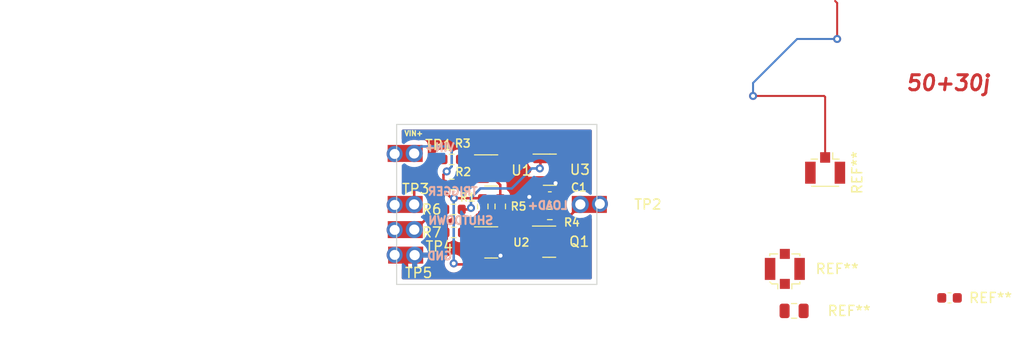
<source format=kicad_pcb>
(kicad_pcb (version 20211014) (generator pcbnew)
  (layers (0 "F.Cu" signal) (31 "B.Cu" signal) (34 "B.Paste" user) (35 "F.Paste" user) (36 "B.SilkS" user "B.Silkscreen") (37 "F.SilkS" user "F.Silkscreen") (38 "B.Mask" user) (39 "F.Mask" user) (44 "Edge.Cuts" user))
  (net 0 "")
  (net 1 "GND")
  (net 2 "Net-(Q1-Pad1)")
  (net 3 "Powerbank+")
  (net 4 "V_Load")
  (net 5 "TTP223_IO")
  (net 6 "MCU_GPIO")
  (net 7 "Net-(C1-Pad1)")
  (net 8 "Net-(R2-Pad2)")
  (net 9 "Net-(R3-Pad2)")
  (net 10 "Net-(R5-Pad1)")
  (net 11 "Net-(R6-Pad2)")
  (footprint "Resistor_SMD:R_0603_1608Metric" (layer "F.Cu") (at 135.975 86.55)
    (fp_text reference "R6" (at -2.175 0 180) (layer "F.SilkS"))
    (fp_text value "1.2k")
    (fp_line (start -0.237258 0.5225) (end 0.237258 0.5225) (layer "F.SilkS") (width 0.12))
    (fp_line (start -0.237258 -0.5225) (end 0.237258 -0.5225) (layer "F.SilkS") (width 0.12))
    (pad "1" smd roundrect locked (at -0.825 0) (size 0.8 0.95) (layers "F.Cu" "F.Paste" "F.Mask") (net 6 "MCU_GPIO"))
    (pad "2" smd roundrect locked (at 0.825 0) (size 0.8 0.95) (layers "F.Cu" "F.Paste" "F.Mask") (net 11 "Net-(R6-Pad2)"))
  )
  (footprint "Resistor_SMD:R_0603_1608Metric" (layer "F.Cu") (at 140.65 86.25 -90)
    (fp_text reference "R5" (at 0 -1.825) (layer "F.SilkS") (effects (font (size 0.8 0.8))))
    (fp_text value "1.2k")
    (fp_line (start -0.237258 -0.5225) (end 0.237258 -0.5225) (layer "F.SilkS") (width 0.12))
    (fp_line (start -0.237258 0.5225) (end 0.237258 0.5225) (layer "F.SilkS") (width 0.12))
    (pad "1" smd roundrect locked (at -0.825 0 270) (size 0.8 0.95) (layers "F.Cu" "F.Paste" "F.Mask") (net 10 "Net-(R5-Pad1)"))
    (pad "2" smd roundrect locked (at 0.825 0 270) (size 0.8 0.95) (layers "F.Cu" "F.Paste" "F.Mask") (net 7 "Net-(C1-Pad1)"))
  )
  (footprint "Resistor_SMD:R_0603_1608Metric" (layer "F.Cu") (at 136 88.85 180)
    (fp_text reference "R7" (at 2.2 0) (layer "F.SilkS"))
    (fp_text value "1.2k")
    (fp_line (start -0.237258 -0.5225) (end 0.237258 -0.5225) (layer "F.SilkS") (width 0.12))
    (fp_line (start -0.237258 0.5225) (end 0.237258 0.5225) (layer "F.SilkS") (width 0.12))
    (pad "1" smd roundrect locked (at -0.825 0 180) (size 0.8 0.95) (layers "F.Cu" "F.Paste" "F.Mask") (net 11 "Net-(R6-Pad2)"))
    (pad "2" smd roundrect locked (at 0.825 0 180) (size 0.8 0.95) (layers "F.Cu" "F.Paste" "F.Mask") (net 1 "GND"))
  )
  (footprint "Connector_Coaxial:U.FL_Hirose_U.FL-R-SMT-1_Vertical" (layer "F.Cu") (at 173.1 82.4 -90)
    (fp_text reference "REF**" (at 0.475 -3.2 90) (layer "F.SilkS"))
    (fp_text value "U.FL_Hirose_U.FL-R-SMT-1_Vertical")
    (fp_line (start -0.885 -0.76) (end -1.515 -0.76) (layer "F.SilkS") (width 0.12))
    (fp_line (start 1.835 -1.35) (end 1.835 1.35) (layer "F.SilkS") (width 0.12))
    (fp_line (start -0.885 -1.4) (end -0.885 -0.76) (layer "F.SilkS") (width 0.12))
    (fp_line (start -0.885 1.4) (end -0.885 0.76) (layer "F.SilkS") (width 0.12))
    (pad "1" smd rect locked (at -1.05 0 270) (size 1.05 1) (layers "F.Cu" "F.Paste" "F.Mask"))
    (pad "2" smd rect locked (at 0.475 -1.475 270) (size 2.2 1.05) (layers "F.Cu" "F.Paste" "F.Mask"))
    (pad "2" smd rect locked (at 0.475 1.475 270) (size 2.2 1.05) (layers "F.Cu" "F.Paste" "F.Mask"))
  )
  (footprint "Package_TO_SOT_SMD:SOT-23" (layer "F.Cu") (at 145.5375 89.775)
    (fp_text reference "Q1" (at 3 0) (layer "F.SilkS"))
    (fp_text value "SI2301CDS-T1-GE3")
    (fp_line (start 0 1.56) (end -0.65 1.56) (layer "F.SilkS") (width 0.12))
    (fp_line (start 0 -1.56) (end 0.65 -1.56) (layer "F.SilkS") (width 0.12))
    (fp_line (start 0 1.56) (end 0.65 1.56) (layer "F.SilkS") (width 0.12))
    (fp_line (start 0 -1.56) (end -1.675 -1.56) (layer "F.SilkS") (width 0.12))
    (pad "1" smd roundrect locked (at -0.9375 -0.95) (size 1.475 0.6) (layers "F.Cu" "F.Paste" "F.Mask") (net 2 "Net-(Q1-Pad1)"))
    (pad "2" smd roundrect locked (at -0.9375 0.95) (size 1.475 0.6) (layers "F.Cu" "F.Paste" "F.Mask") (net 3 "Powerbank+"))
    (pad "3" smd roundrect locked (at 0.9375 0) (size 1.475 0.6) (layers "F.Cu" "F.Paste" "F.Mask") (net 4 "V_Load"))
  )
  (footprint "KiCad RP Pico:cast_pad" (layer "F.Cu") (at 131.846 91.12)
    (fp_text reference "TP5" (at 0.654 1.78 unlocked) (layer "F.SilkS"))
    (fp_text value "TestPoint")
    (pad "1" smd rect (at 0.254 0) (size 3.5 1.7) (drill (offset -0.9 0)) (layers "F.Cu" "F.Mask") (net 1 "GND"))
    (pad "1" thru_hole oval (at 0.254 0) (size 1.7 1.7) (drill 1.02) (layers *.Cu *.Mask) (net 1 "GND"))
  )
  (footprint "Package_TO_SOT_SMD:SOT-23" (layer "F.Cu") (at 139.75 82.65)
    (fp_text reference "U1" (at 3 0) (layer "F.SilkS"))
    (fp_text value "S8550")
    (fp_line (start 0 1.56) (end -0.65 1.56) (layer "F.SilkS") (width 0.12))
    (fp_line (start 0 -1.56) (end -1.675 -1.56) (layer "F.SilkS") (width 0.12))
    (fp_line (start 0 -1.56) (end 0.65 -1.56) (layer "F.SilkS") (width 0.12))
    (fp_line (start 0 1.56) (end 0.65 1.56) (layer "F.SilkS") (width 0.12))
    (pad "1" smd roundrect locked (at -0.9375 -0.95) (size 1.475 0.6) (layers "F.Cu" "F.Paste" "F.Mask") (net 9 "Net-(R3-Pad2)"))
    (pad "2" smd roundrect locked (at -0.9375 0.95) (size 1.475 0.6) (layers "F.Cu" "F.Paste" "F.Mask") (net 10 "Net-(R5-Pad1)"))
    (pad "3" smd roundrect locked (at 0.9375 0) (size 1.475 0.6) (layers "F.Cu" "F.Paste" "F.Mask") (net 8 "Net-(R2-Pad2)"))
  )
  (footprint "Resistor_SMD:R_0603_1608Metric" (layer "F.Cu") (at 135.8 84.05)
    (fp_text reference "R2" (at 1.15 -1.25 180) (layer "F.SilkS") (effects (font (size 0.8 0.8))))
    (fp_text value "1.2k")
    (fp_line (start -0.237258 0.5225) (end 0.237258 0.5225) (layer "F.SilkS") (width 0.12))
    (fp_line (start -0.237258 -0.5225) (end 0.237258 -0.5225) (layer "F.SilkS") (width 0.12))
    (pad "1" smd roundrect locked (at -0.825 0) (size 0.8 0.95) (layers "F.Cu" "F.Paste" "F.Mask") (net 3 "Powerbank+"))
    (pad "2" smd roundrect locked (at 0.825 0) (size 0.8 0.95) (layers "F.Cu" "F.Paste" "F.Mask") (net 8 "Net-(R2-Pad2)"))
  )
  (footprint "Resistor_SMD:R_0603_1608Metric" (layer "F.Cu") (at 135.8 81.55)
    (fp_text reference "R3" (at 1.1 -1.6) (layer "F.SilkS") (effects (font (size 0.8 0.8))))
    (fp_text value "1.2k")
    (fp_line (start -0.237258 0.5225) (end 0.237258 0.5225) (layer "F.SilkS") (width 0.12))
    (fp_line (start -0.237258 -0.5225) (end 0.237258 -0.5225) (layer "F.SilkS") (width 0.12))
    (pad "1" smd roundrect locked (at -0.825 0) (size 0.8 0.95) (layers "F.Cu" "F.Paste" "F.Mask") (net 5 "TTP223_IO"))
    (pad "2" smd roundrect locked (at 0.825 0) (size 0.8 0.95) (layers "F.Cu" "F.Paste" "F.Mask") (net 9 "Net-(R3-Pad2)"))
  )
  (footprint "Connector_Coaxial:U.FL_Molex_MCRF_73412-0110_Vertical" (layer "F.Cu") (at 169.075 92.5)
    (fp_text reference "REF**" (at 5.225 0) (layer "F.SilkS"))
    (fp_text value "U.FL_Molex_MCRF_73412-0110_Vertical")
    (fp_line (start -1.5 -1.5) (end -0.7 -1.5) (layer "F.SilkS") (width 0.12))
    (fp_line (start 1.5 -1.5) (end 1.5 -1.3) (layer "F.SilkS") (width 0.12))
    (fp_line (start 1.5 1.3) (end 1.5 1.5) (layer "F.SilkS") (width 0.12))
    (fp_line (start 0.7 -1.5) (end 1.5 -1.5) (layer "F.SilkS") (width 0.12))
    (fp_line (start -1.3 1.5) (end -1.5 1.3) (layer "F.SilkS") (width 0.12))
    (fp_line (start 0.7 1.5) (end 0.7 2) (layer "F.SilkS") (width 0.12))
    (fp_line (start 1.5 1.5) (end 0.7 1.5) (layer "F.SilkS") (width 0.12))
    (fp_line (start -0.7 1.5) (end -1.3 1.5) (layer "F.SilkS") (width 0.12))
    (fp_line (start -0.7 1.5) (end -0.7 2) (layer "F.SilkS") (width 0.12))
    (fp_line (start -1.5 -1.3) (end -1.5 -1.5) (layer "F.SilkS") (width 0.12))
    (pad "1" smd rect locked (at 0 1.5) (size 1 1) (layers "F.Cu" "F.Paste" "F.Mask"))
    (pad "2" smd rect locked (at -1.475 0) (size 1.05 2.2) (layers "F.Cu" "F.Paste" "F.Mask"))
    (pad "2" smd rect locked (at 0 -1.5) (size 1 1) (layers "F.Cu" "F.Paste" "F.Mask"))
    (pad "2" smd rect locked (at 1.475 0) (size 1.05 2.2) (layers "F.Cu" "F.Paste" "F.Mask"))
  )
  (footprint "Package_TO_SOT_SMD:SOT-23" (layer "F.Cu") (at 139.75 89.85)
    (fp_text reference "U2" (at 3 0) (layer "F.SilkS") (effects (font (size 0.8 0.8))))
    (fp_text value "S8550")
    (fp_line (start 0 1.56) (end 0.65 1.56) (layer "F.SilkS") (width 0.12))
    (fp_line (start 0 1.56) (end -0.65 1.56) (layer "F.SilkS") (width 0.12))
    (fp_line (start 0 -1.56) (end -1.675 -1.56) (layer "F.SilkS") (width 0.12))
    (fp_line (start 0 -1.56) (end 0.65 -1.56) (layer "F.SilkS") (width 0.12))
    (pad "1" smd roundrect locked (at -0.9375 -0.95) (size 1.475 0.6) (layers "F.Cu" "F.Paste" "F.Mask") (net 7 "Net-(C1-Pad1)"))
    (pad "2" smd roundrect locked (at -0.9375 0.95) (size 1.475 0.6) (layers "F.Cu" "F.Paste" "F.Mask") (net 1 "GND"))
    (pad "3" smd roundrect locked (at 0.9375 0) (size 1.475 0.6) (layers "F.Cu" "F.Paste" "F.Mask") (net 2 "Net-(Q1-Pad1)"))
  )
  (footprint "KiCad RP Pico:cast_pad" (layer "F.Cu") (at 131.796 80.95)
    (fp_text reference "TP1" (at 2.704 -0.85 unlocked) (layer "F.SilkS"))
    (fp_text value "TestPoint")
    (pad "1" thru_hole oval (at 0.254 0) (size 1.7 1.7) (drill 1.02) (layers *.Cu *.Mask) (net 3 "Powerbank+"))
    (pad "1" smd rect (at 0.254 0) (size 3.5 1.7) (drill (offset -0.9 0)) (layers "F.Cu" "F.Mask") (net 3 "Powerbank+"))
  )
  (footprint "KiCad RP Pico:cast_pad" (layer "F.Cu") (at 131.806 88.57)
    (fp_text reference "TP4" (at 2.744 1.68 unlocked) (layer "F.SilkS"))
    (fp_text value "TestPoint")
    (pad "1" thru_hole oval (at 0.254 0) (size 1.7 1.7) (drill 1.02) (layers *.Cu *.Mask) (net 6 "MCU_GPIO"))
    (pad "1" smd rect (at 0.254 0) (size 3.5 1.7) (drill (offset -0.9 0)) (layers "F.Cu" "F.Mask") (net 6 "MCU_GPIO"))
  )
  (footprint "Resistor_SMD:R_0603_1608Metric" (layer "F.Cu") (at 138.9 86.25 -90)
    (fp_text reference "R1" (at -0.9 1.5) (layer "F.SilkS") (effects (font (size 0.8 0.8))))
    (fp_text value "1.2k")
    (fp_line (start -0.237258 -0.5225) (end 0.237258 -0.5225) (layer "F.SilkS") (width 0.12))
    (fp_line (start -0.237258 0.5225) (end 0.237258 0.5225) (layer "F.SilkS") (width 0.12))
    (pad "1" smd roundrect locked (at -0.825 0 270) (size 0.8 0.95) (layers "F.Cu" "F.Paste" "F.Mask") (net 3 "Powerbank+"))
    (pad "2" smd roundrect locked (at 0.825 0 270) (size 0.8 0.95) (layers "F.Cu" "F.Paste" "F.Mask") (net 2 "Net-(Q1-Pad1)"))
  )
  (footprint "Capacitor_SMD:C_0805_2012Metric" (layer "F.Cu") (at 170 96.7)
    (fp_text reference "REF**" (at 5.5 0) (layer "F.SilkS"))
    (fp_text value "C_0805_2012Metric")
    (fp_line (start -0.261252 0.735) (end 0.261252 0.735) (layer "F.SilkS") (width 0.12))
    (fp_line (start -0.261252 -0.735) (end 0.261252 -0.735) (layer "F.SilkS") (width 0.12))
    (pad "1" smd roundrect locked (at -0.95 0) (size 1 1.45) (layers "F.Cu" "F.Paste" "F.Mask"))
    (pad "2" smd roundrect locked (at 0.95 0) (size 1 1.45) (layers "F.Cu" "F.Paste" "F.Mask"))
  )
  (footprint "Resistor_SMD:R_0603_1608Metric" (layer "F.Cu") (at 145.6 87.05)
    (fp_text reference "R4" (at 2.2 0.8) (layer "F.SilkS") (effects (font (size 0.8 0.8))))
    (fp_text value "1.2k")
    (fp_line (start -0.237258 0.5225) (end 0.237258 0.5225) (layer "F.SilkS") (width 0.12))
    (fp_line (start -0.237258 -0.5225) (end 0.237258 -0.5225) (layer "F.SilkS") (width 0.12))
    (pad "1" smd roundrect locked (at -0.825 0) (size 0.8 0.95) (layers "F.Cu" "F.Paste" "F.Mask") (net 7 "Net-(C1-Pad1)"))
    (pad "2" smd roundrect locked (at 0.825 0) (size 0.8 0.95) (layers "F.Cu" "F.Paste" "F.Mask") (net 4 "V_Load"))
  )
  (footprint "Capacitor_SMD:C_0603_1608Metric" (layer "F.Cu") (at 145.6 85.3 180)
    (fp_text reference "C1" (at -2.9 0.95) (layer "F.SilkS") (effects (font (size 0.8 0.8))))
    (fp_text value "CL10C180JB8NNNC")
    (fp_line (start -0.14058 -0.51) (end 0.14058 -0.51) (layer "F.SilkS") (width 0.12))
    (fp_line (start -0.14058 0.51) (end 0.14058 0.51) (layer "F.SilkS") (width 0.12))
    (pad "1" smd roundrect locked (at -0.775 0 180) (size 0.9 0.95) (layers "F.Cu" "F.Paste" "F.Mask") (net 7 "Net-(C1-Pad1)"))
    (pad "2" smd roundrect locked (at 0.775 0 180) (size 0.9 0.95) (layers "F.Cu" "F.Paste" "F.Mask") (net 1 "GND"))
  )
  (footprint "Capacitor_SMD:C_0603_1608Metric" (layer "F.Cu") (at 185.525 95.4)
    (fp_text reference "REF**" (at 4.1 0) (layer "F.SilkS"))
    (fp_text value "C_0603_1608Metric")
    (fp_line (start -0.14058 0.51) (end 0.14058 0.51) (layer "F.SilkS") (width 0.12))
    (fp_line (start -0.14058 -0.51) (end 0.14058 -0.51) (layer "F.SilkS") (width 0.12))
    (pad "1" smd roundrect locked (at -0.775 0) (size 0.9 0.95) (layers "F.Cu" "F.Paste" "F.Mask"))
    (pad "2" smd roundrect locked (at 0.775 0) (size 0.9 0.95) (layers "F.Cu" "F.Paste" "F.Mask"))
  )
  (footprint "KiCad RP Pico:cast_pad" (layer "F.Cu") (at 148.9 86.05 180)
    (fp_text reference "TP2" (at -6.5 0 unlocked) (layer "F.SilkS"))
    (fp_text value "TestPoint")
    (pad "1" smd rect (at 0.254 0 180) (size 3.5 1.7) (drill (offset -0.9 0)) (property pad_prop_castellated) (layers "F.Cu" "F.Mask") (net 4 "V_Load"))
    (pad "1" thru_hole oval (at 0.254 0 180) (size 1.7 1.7) (drill 1.02) (layers *.Cu *.Mask) (net 4 "V_Load"))
  )
  (footprint "KiCad RP Pico:cast_pad" (layer "F.Cu") (at 131.796 86.05)
    (fp_text reference "TP3" (at 0.404 -1.55 unlocked) (layer "F.SilkS"))
    (fp_text value "TestPoint")
    (pad "1" thru_hole oval (at 0.254 0) (size 1.7 1.7) (drill 1.02) (layers *.Cu *.Mask) (net 5 "TTP223_IO"))
    (pad "1" smd rect (at 0.254 0) (size 3.5 1.7) (drill (offset -0.9 0)) (layers "F.Cu" "F.Mask") (net 5 "TTP223_IO"))
  )
  (footprint "Package_TO_SOT_SMD:SOT-23" (layer "F.Cu") (at 145.6 82.575)
    (fp_text reference "U3" (at 3 0) (layer "F.SilkS"))
    (fp_text value "S8550")
    (fp_line (start 0 1.56) (end 0.65 1.56) (layer "F.SilkS") (width 0.12))
    (fp_line (start 0 -1.56) (end -1.675 -1.56) (layer "F.SilkS") (width 0.12))
    (fp_line (start 0 1.56) (end -0.65 1.56) (layer "F.SilkS") (width 0.12))
    (fp_line (start 0 -1.56) (end 0.65 -1.56) (layer "F.SilkS") (width 0.12))
    (pad "1" smd roundrect locked (at -0.9375 -0.95) (size 1.475 0.6) (layers "F.Cu" "F.Paste" "F.Mask") (net 11 "Net-(R6-Pad2)"))
    (pad "2" smd roundrect locked (at -0.9375 0.95) (size 1.475 0.6) (layers "F.Cu" "F.Paste" "F.Mask") (net 1 "GND"))
    (pad "3" smd roundrect locked (at 0.9375 0) (size 1.475 0.6) (layers "F.Cu" "F.Paste" "F.Mask") (net 7 "Net-(C1-Pad1)"))
  )
  (gr_line (start 150.3 78.05) (end 130.3 78.05) (layer "Edge.Cuts") (width 0.1))
  (gr_line (start 150.3 94.05) (end 150.3 78.05) (layer "Edge.Cuts") (width 0.1))
  (gr_line (start 130.3 78.05) (end 130.3 94.05) (layer "Edge.Cuts") (width 0.1))
  (gr_line (start 130.3 94.05) (end 150.3 94.05) (layer "Edge.Cuts") (width 0.1))
  (gr_text "50+30j\n" (at 185.4 73.9) (layer "F.Cu") (effects (font (size 1.5 1.5) (thickness 0.3) italic)))
  (gr_text "TRIGGER" (at 135.9 84.75) (layer "B.SilkS") (effects (font (size 0.8 0.8) (thickness 0.2)) (justify mirror)))
  (gr_text "SHUTDOWN" (at 136.7 87.65) (layer "B.SilkS") (effects (font (size 0.8 0.8) (thickness 0.2)) (justify mirror)))
  (gr_text "GND" (at 134.6 91.2) (layer "B.SilkS") (effects (font (size 0.8 0.8) (thickness 0.2)) (justify mirror)))
  (gr_text "VIN+" (at 134.6 80.35) (layer "B.SilkS") (effects (font (size 0.8 0.8) (thickness 0.2)) (justify mirror)))
  (gr_text "LOAD+" (at 145.4 86.15) (layer "B.SilkS") (effects (font (size 0.8 0.8) (thickness 0.2)) (justify mirror)))
  (gr_text "VIN+" (at 132 78.95) (layer "F.SilkS") (effects (font (size 0.5 0.5) (thickness 0.125))))
  (segment (start 173.1 81.35) (end 173.1 75.3) (width 0.2) (layer "F.Cu") (net 0))
  (segment (start 169.05 96.7) (end 169.075 96.675) (width 0.25) (layer "F.Cu") (net 0))
  (segment (start 173.1 75.3) (end 173 75.2) (width 0.2) (layer "F.Cu") (net 0))
  (segment (start 173 75.2) (end 165.9 75.2) (width 0.2) (layer "F.Cu") (net 0))
  (segment (start 174.3 65.9) (end 174.1 65.7) (width 0.2) (layer "F.Cu") (net 0))
  (segment (start 174.3 69.5) (end 174.3 65.9) (width 0.2) (layer "F.Cu") (net 0))
  (via (at 165.9 75.2) (size 0.8) (drill 0.4) (layers "F.Cu" "B.Cu") (net 0))
  (via (at 174.3 69.5) (size 0.8) (drill 0.4) (layers "F.Cu" "B.Cu") (net 0))
  (segment (start 165.9 73.9) (end 168.1 71.7) (width 0.2) (layer "B.Cu") (net 0))
  (segment (start 165.9 75.2) (end 165.9 73.9) (width 0.2) (layer "B.Cu") (net 0))
  (segment (start 170.3 69.5) (end 174.3 69.5) (width 0.2) (layer "B.Cu") (net 0))
  (segment (start 168.1 71.7) (end 170.3 69.5) (width 0.2) (layer "B.Cu") (net 0))
  (segment (start 143.55 85.3) (end 143.3 85.3) (width 0.25) (layer "F.Cu") (net 1))
  (segment (start 144.825 84.275) (end 144.825 83.6875) (width 0.25) (layer "F.Cu") (net 1))
  (segment (start 138.8125 90.8) (end 140.3 90.8) (width 0.25) (layer "F.Cu") (net 1))
  (segment (start 145.825 84.275) (end 146.175 83.925) (width 0.25) (layer "F.Cu") (net 1))
  (segment (start 144.825 84.275) (end 145.825 84.275) (width 0.25) (layer "F.Cu") (net 1))
  (segment (start 144.825 83.6875) (end 144.6625 83.525) (width 0.25) (layer "F.Cu") (net 1))
  (segment (start 140.3 90.8) (end 140.675 91.175) (width 0.25) (layer "F.Cu") (net 1))
  (segment (start 144.825 85.3) (end 143.55 85.3) (width 0.25) (layer "F.Cu") (net 1))
  (segment (start 140.675 91.175) (end 140.8 91.3) (width 0.25) (layer "F.Cu") (net 1))
  (segment (start 146.175 83.925) (end 146.3 83.8) (width 0.25) (layer "F.Cu") (net 1))
  (segment (start 144.825 85.3) (end 144.825 84.275) (width 0.25) (layer "F.Cu") (net 1))
  (via (at 146.175 83.925) (size 0.8) (drill 0.4) (layers "F.Cu" "B.Cu") (net 1))
  (via (at 140.675 91.175) (size 0.8) (drill 0.4) (layers "F.Cu" "B.Cu") (net 1))
  (via (at 143.55 85.3) (size 0.8) (drill 0.4) (layers "F.Cu" "B.Cu") (net 1))
  (via (at 130.1 91.1) (size 1.6) (drill 1) (layers "F.Cu" "B.Cu") (net 1))
  (segment (start 137.6 87.85) (end 138.375 87.075) (width 0.25) (layer "F.Cu") (net 2))
  (segment (start 142 89.85) (end 143.025 88.825) (width 0.25) (layer "F.Cu") (net 2))
  (segment (start 140.6875 89.85) (end 138.2 89.85) (width 0.25) (layer "F.Cu") (net 2))
  (segment (start 140.6875 89.85) (end 142 89.85) (width 0.25) (layer "F.Cu") (net 2))
  (segment (start 143.025 88.825) (end 144.6 88.825) (width 0.25) (layer "F.Cu") (net 2))
  (segment (start 137.6 89.25) (end 137.6 87.85) (width 0.25) (layer "F.Cu") (net 2))
  (segment (start 138.2 89.85) (end 137.6 89.25) (width 0.25) (layer "F.Cu") (net 2))
  (segment (start 138.375 87.075) (end 138.9 87.075) (width 0.25) (layer "F.Cu") (net 2))
  (segment (start 134.975 84.05) (end 134.975 84.625) (width 0.25) (layer "F.Cu") (net 3))
  (segment (start 136.025 85.425) (end 138.9 85.425) (width 0.25) (layer "F.Cu") (net 3))
  (segment (start 136.1 92.05) (end 136 91.95) (width 0.25) (layer "F.Cu") (net 3))
  (segment (start 135.775 85.425) (end 136.025 85.425) (width 0.25) (layer "F.Cu") (net 3))
  (segment (start 134.975 84.05) (end 134.975 83.075) (width 0.25) (layer "F.Cu") (net 3))
  (segment (start 135 83.05) (end 135.3 82.75) (width 0.25) (layer "F.Cu") (net 3))
  (segment (start 134.975 83.075) (end 135 83.05) (width 0.25) (layer "F.Cu") (net 3))
  (segment (start 143.125 90.725) (end 141.8 92.05) (width 0.25) (layer "F.Cu") (net 3))
  (segment (start 137.8 92.05) (end 136.1 92.05) (width 0.25) (layer "F.Cu") (net 3))
  (segment (start 141.8 92.05) (end 137.8 92.05) (width 0.25) (layer "F.Cu") (net 3))
  (segment (start 144.6 90.725) (end 143.125 90.725) (width 0.25) (layer "F.Cu") (net 3))
  (segment (start 134.975 84.625) (end 135.775 85.425) (width 0.25) (layer "F.Cu") (net 3))
  (via (at 135.3 82.75) (size 0.8) (drill 0.4) (layers "F.Cu" "B.Cu") (net 3))
  (via (at 136.025 85.425) (size 0.8) (drill 0.4) (layers "F.Cu" "B.Cu") (net 3))
  (via (at 130.1 81) (size 1.6) (drill 1) (layers "F.Cu" "B.Cu") (net 3))
  (via (at 136 91.95) (size 0.8) (drill 0.4) (layers "F.Cu" "B.Cu") (net 3))
  (segment (start 136 85.45) (end 136 91.95) (width 0.25) (layer "B.Cu") (net 3))
  (segment (start 135.8 80.65) (end 135.4 80.25) (width 0.25) (layer "B.Cu") (net 3))
  (segment (start 132.75 80.25) (end 132.05 80.95) (width 0.25) (layer "B.Cu") (net 3))
  (segment (start 136.025 85.425) (end 136 85.45) (width 0.25) (layer "B.Cu") (net 3))
  (segment (start 135.8 82.25) (end 135.3 82.75) (width 0.25) (layer "B.Cu") (net 3))
  (segment (start 135.8 82.25) (end 135.8 80.65) (width 0.25) (layer "B.Cu") (net 3))
  (segment (start 135.4 80.25) (end 132.75 80.25) (width 0.25) (layer "B.Cu") (net 3))
  (segment (start 147 87.05) (end 147.2 87.05) (width 0.25) (layer "F.Cu") (net 4))
  (segment (start 147.746 87.05) (end 148.646 86.15) (width 0.25) (layer "F.Cu") (net 4))
  (segment (start 147.475 89.775) (end 146.475 89.775) (width 0.25) (layer "F.Cu") (net 4))
  (segment (start 148 87.85) (end 148 89.25) (width 0.25) (layer "F.Cu") (net 4))
  (segment (start 148 89.25) (end 147.475 89.775) (width 0.25) (layer "F.Cu") (net 4))
  (segment (start 147.2 87.05) (end 148 87.85) (width 0.25) (layer "F.Cu") (net 4))
  (segment (start 147 87.05) (end 147.746 87.05) (width 0.25) (layer "F.Cu") (net 4))
  (segment (start 146.425 87.05) (end 147 87.05) (width 0.25) (layer "F.Cu") (net 4))
  (via (at 150.6 86) (size 1.6) (drill 1) (layers "F.Cu" "B.Cu") (net 4))
  (segment (start 134.975 81.55) (end 132.054 84.471) (width 0.25) (layer "F.Cu") (net 5))
  (segment (start 132.054 84.471) (end 132.054 86.046) (width 0.25) (layer "F.Cu") (net 5))
  (segment (start 132.054 86.046) (end 132.05 86.05) (width 0.25) (layer "F.Cu") (net 5))
  (via (at 130.1 86.1) (size 1.6) (drill 1) (layers "F.Cu" "B.Cu") (net 5))
  (segment (start 132.18 88.57) (end 132.1 88.57) (width 0.25) (layer "F.Cu") (net 6))
  (segment (start 134.2 86.55) (end 135.15 86.55) (width 0.25) (layer "F.Cu") (net 6))
  (segment (start 134.2 86.55) (end 132.18 88.57) (width 0.25) (layer "F.Cu") (net 6))
  (via (at 130.1 88.6) (size 1.6) (drill 1) (layers "F.Cu" "B.Cu") (net 6))
  (segment (start 140.65 87.075) (end 140.65 88.2) (width 0.25) (layer "F.Cu") (net 7))
  (segment (start 147.8 83.05) (end 147.8 84.55) (width 0.25) (layer "F.Cu") (net 7))
  (segment (start 147.05 85.3) (end 146.375 85.3) (width 0.25) (layer "F.Cu") (net 7))
  (segment (start 146.5375 82.575) (end 147.325 82.575) (width 0.25) (layer "F.Cu") (net 7))
  (segment (start 139.95 88.9) (end 138.8125 88.9) (width 0.25) (layer "F.Cu") (net 7))
  (segment (start 140.65 87.075) (end 144.75 87.075) (width 0.25) (layer "F.Cu") (net 7))
  (segment (start 144.75 87.075) (end 144.775 87.05) (width 0.25) (layer "F.Cu") (net 7))
  (segment (start 144.775 87.05) (end 144.775 86.9) (width 0.25) (layer "F.Cu") (net 7))
  (segment (start 147.325 82.575) (end 147.8 83.05) (width 0.25) (layer "F.Cu") (net 7))
  (segment (start 147.8 84.55) (end 147.05 85.3) (width 0.25) (layer "F.Cu") (net 7))
  (segment (start 140.65 88.2) (end 139.95 88.9) (width 0.25) (layer "F.Cu") (net 7))
  (segment (start 144.775 86.9) (end 146.375 85.3) (width 0.25) (layer "F.Cu") (net 7))
  (segment (start 136.625 84.05) (end 136.625 83.425) (width 0.25) (layer "F.Cu") (net 8))
  (segment (start 136.625 83.425) (end 137.4 82.65) (width 0.25) (layer "F.Cu") (net 8))
  (segment (start 140.6875 82.6625) (end 140.6875 82.65) (width 0.25) (layer "F.Cu") (net 8))
  (segment (start 137.4 82.65) (end 140.6875 82.65) (width 0.25) (layer "F.Cu") (net 8))
  (segment (start 138.8125 81.7) (end 136.775 81.7) (width 0.25) (layer "F.Cu") (net 9))
  (segment (start 136.775 81.7) (end 136.625 81.55) (width 0.25) (layer "F.Cu") (net 9))
  (segment (start 138.7625 81.65) (end 138.8125 81.7) (width 0.25) (layer "F.Cu") (net 9))
  (segment (start 140.15 83.6) (end 140.65 84.1) (width 0.25) (layer "F.Cu") (net 10))
  (segment (start 138.8125 83.6) (end 140.15 83.6) (width 0.25) (layer "F.Cu") (net 10))
  (segment (start 140.65 84.1) (end 140.65 85.425) (width 0.25) (layer "F.Cu") (net 10))
  (segment (start 138.225 83.325) (end 138.8125 83.325) (width 0.25) (layer "F.Cu") (net 10))
  (segment (start 144.6625 82.3875) (end 144.6 82.45) (width 0.25) (layer "F.Cu") (net 11))
  (segment (start 136.8 88.825) (end 136.825 88.85) (width 0.25) (layer "F.Cu") (net 11))
  (segment (start 144.6625 81.625) (end 144.6625 82.3875) (width 0.25) (layer "F.Cu") (net 11))
  (segment (start 136.8 86.55) (end 136.8 88.825) (width 0.25) (layer "F.Cu") (net 11))
  (segment (start 137.575 86.55) (end 137.725 86.4) (width 0.25) (layer "F.Cu") (net 11))
  (segment (start 136.8 86.55) (end 137.575 86.55) (width 0.25) (layer "F.Cu") (net 11))
  (via (at 137.725 86.4) (size 0.8) (drill 0.4) (layers "F.Cu" "B.Cu") (net 11))
  (via (at 144.6 82.45) (size 0.8) (drill 0.4) (layers "F.Cu" "B.Cu") (net 11))
  (segment (start 138.67 84.45) (end 141.8 84.45) (width 0.25) (layer "B.Cu") (net 11))
  (segment (start 137.725 85.395) (end 138.67 84.45) (width 0.25) (layer "B.Cu") (net 11))
  (segment (start 137.725 86.4) (end 137.725 85.395) (width 0.25) (layer "B.Cu") (net 11))
  (segment (start 143.8 82.45) (end 144.6 82.45) (width 0.25) (layer "B.Cu") (net 11))
  (segment (start 141.8 84.45) (end 143.8 82.45) (width 0.25) (layer "B.Cu") (net 11))
  (zone (net 1) (net_name "GND") (layer "F.Cu") (connect_pads (clearance 0.508)) (min_thickness 0.254) (fill yes (thermal_gap 0.508) (thermal_bridge_width 0.508))
    (polygon (pts (xy 150.3 94.05) (xy 130.3 94.05) (xy 130.3 78.05) (xy 150.3 78.05)))
  )
  (zone (net 1) (net_name "GND") (layer "B.Cu") (connect_pads (clearance 0.508)) (min_thickness 0.254) (fill yes (thermal_gap 0.508) (thermal_bridge_width 0.508))
    (polygon (pts (xy 150.3 94.05) (xy 130.3 94.05) (xy 130.3 78.05) (xy 150.3 78.05)))
  )
)
</source>
